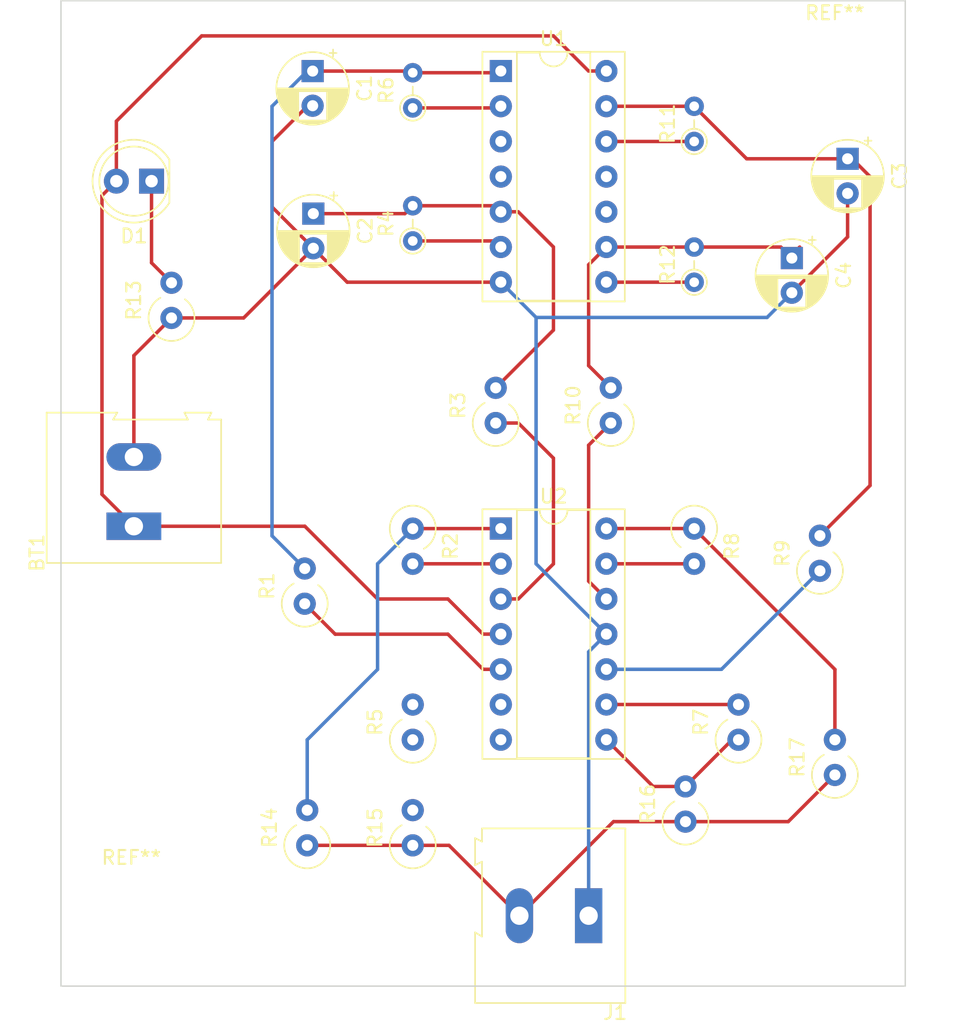
<source format=kicad_pcb>
(kicad_pcb (version 20211014) (generator pcbnew)
  (layers (0 "F.Cu" signal) (31 "B.Cu" signal) (34 "B.Paste" user) (35 "F.Paste" user) (36 "B.SilkS" user "B.Silkscreen") (37 "F.SilkS" user "F.Silkscreen") (38 "B.Mask" user) (39 "F.Mask" user) (44 "Edge.Cuts" user))
  (net 0 "")
  (net 1 "Net-(C1-Pad1)")
  (net 2 "Net-(C2-Pad1)")
  (net 3 "Net-(C3-Pad1)")
  (net 4 "Net-(C4-Pad1)")
  (net 9 "OUT")
  (net 10 "Net-(R2-Pad2)")
  (net 11 "Net-(R3-Pad1)")
  (net 12 "Net-(R1-Pad1)")
  (net 13 "Net-(R4-Pad1)")
  (net 14 "Net-(R5-Pad2)")
  (net 15 "VCC")
  (net 16 "Net-(R6-Pad1)")
  (net 17 "Earth")
  (net 18 "Net-(R7-Pad2)")
  (net 19 "Net-(R8-Pad2)")
  (net 20 "Net-(R9-Pad1)")
  (net 21 "Net-(R10-Pad1)")
  (net 22 "Net-(R11-Pad1)")
  (net 23 "Net-(R12-Pad1)")
  (net 24 "Net-(D1-Pad1)")
  (net 25 "Net-(R2-Pad1)")
  (net 26 "Net-(R5-Pad1)")
  (net 27 "Net-(R7-Pad1)")
  (net 28 "Net-(R8-Pad1)")
  (footprint "Resistor_THT:R_Axial_DIN0204_L3.6mm_D1.6mm_P2.54mm_Vertical" (layer "F.Cu") (at 167.64 66.04 90)
    (fp_text reference "R11" (at 1.27 -1.92 90) (layer "F.SilkS"))
    (fp_text value "R_Photo")
    (pad "1" thru_hole circle (at 0 0 90) (size 1.4 1.4) (drill 0.7) (layers *.Cu *.Mask) (net 22 "Net-(R11-Pad1)"))
    (pad "2" thru_hole oval (at 2.54 0 90) (size 1.4 1.4) (drill 0.7) (layers *.Cu *.Mask) (net 3 "Net-(C3-Pad1)"))
  )
  (footprint "Resistor_THT:R_Axial_DIN0309_L9.0mm_D3.2mm_P2.54mm_Vertical" (layer "F.Cu") (at 139.519962 99.401221 90)
    (fp_text reference "R1" (at 1.27 -2.72 90) (layer "F.SilkS"))
    (fp_text value "100k")
    (pad "1" thru_hole circle (at 0 0 90) (size 1.6 1.6) (drill 0.8) (layers *.Cu *.Mask) (net 12 "Net-(R1-Pad1)"))
    (pad "2" thru_hole oval (at 2.54 0 90) (size 1.6 1.6) (drill 0.8) (layers *.Cu *.Mask) (net 1 "Net-(C1-Pad1)"))
  )
  (footprint "TerminalBlock:TerminalBlock_Altech_AK300-2_P5.00mm" (layer "F.Cu") (at 127.185 93.81 90)
    (fp_text reference "BT1" (at -1.92 -6.99 90) (layer "F.SilkS"))
    (fp_text value "Battery_Cell")
    (pad "1" thru_hole rect (at 0 0 90) (size 1.98 3.96) (drill 1.32) (layers *.Cu *.Mask) (net 15 "VCC"))
    (pad "2" thru_hole oval (at 5 0 90) (size 1.98 3.96) (drill 1.32) (layers *.Cu *.Mask) (net 17 "Earth"))
  )
  (footprint "Resistor_THT:R_Axial_DIN0309_L9.0mm_D3.2mm_P2.54mm_Vertical" (layer "F.Cu") (at 176.718544 97.03 90)
    (fp_text reference "R9" (at 1.27 -2.72 90) (layer "F.SilkS"))
    (fp_text value "100k")
    (pad "1" thru_hole circle (at 0 0 90) (size 1.6 1.6) (drill 0.8) (layers *.Cu *.Mask) (net 20 "Net-(R9-Pad1)"))
    (pad "2" thru_hole oval (at 2.54 0 90) (size 1.6 1.6) (drill 0.8) (layers *.Cu *.Mask) (net 3 "Net-(C3-Pad1)"))
  )
  (footprint "Resistor_THT:R_Axial_DIN0309_L9.0mm_D3.2mm_P2.54mm_Vertical" (layer "F.Cu") (at 167.01138 115.128681 90)
    (fp_text reference "R16" (at 1.27 -2.72 90) (layer "F.SilkS"))
    (fp_text value "1k")
    (pad "1" thru_hole circle (at 0 0 90) (size 1.6 1.6) (drill 0.8) (layers *.Cu *.Mask) (net 9 "OUT"))
    (pad "2" thru_hole oval (at 2.54 0 90) (size 1.6 1.6) (drill 0.8) (layers *.Cu *.Mask) (net 27 "Net-(R7-Pad1)"))
  )
  (footprint "Capacitor_THT:CP_Radial_D5.0mm_P2.50mm" (layer "F.Cu") (at 174.69 74.45558 -90)
    (fp_text reference "C4" (at 1.25 -3.75 90) (layer "F.SilkS"))
    (fp_text value "22u")
    (pad "1" thru_hole rect (at 0 0 270) (size 1.6 1.6) (drill 0.8) (layers *.Cu *.Mask) (net 4 "Net-(C4-Pad1)"))
    (pad "2" thru_hole circle (at 2.5 0 270) (size 1.6 1.6) (drill 0.8) (layers *.Cu *.Mask) (net 17 "Earth"))
  )
  (footprint "Package_DIP:DIP-14_W7.62mm_Socket" (layer "F.Cu") (at 153.68 60.955)
    (fp_text reference "U1" (at 3.81 -2.33) (layer "F.SilkS"))
    (fp_text value "40106")
    (pad "1" thru_hole rect (at 0 0) (size 1.6 1.6) (drill 0.8) (layers *.Cu *.Mask) (net 1 "Net-(C1-Pad1)"))
    (pad "2" thru_hole oval (at 0 2.54) (size 1.6 1.6) (drill 0.8) (layers *.Cu *.Mask) (net 16 "Net-(R6-Pad1)"))
    (pad "3" thru_hole oval (at 0 5.08) (size 1.6 1.6) (drill 0.8) (layers *.Cu *.Mask))
    (pad "4" thru_hole oval (at 0 7.62) (size 1.6 1.6) (drill 0.8) (layers *.Cu *.Mask))
    (pad "5" thru_hole oval (at 0 10.16) (size 1.6 1.6) (drill 0.8) (layers *.Cu *.Mask) (net 2 "Net-(C2-Pad1)"))
    (pad "6" thru_hole oval (at 0 12.7) (size 1.6 1.6) (drill 0.8) (layers *.Cu *.Mask) (net 13 "Net-(R4-Pad1)"))
    (pad "7" thru_hole oval (at 0 15.24) (size 1.6 1.6) (drill 0.8) (layers *.Cu *.Mask) (net 17 "Earth"))
    (pad "8" thru_hole oval (at 7.62 15.24) (size 1.6 1.6) (drill 0.8) (layers *.Cu *.Mask) (net 23 "Net-(R12-Pad1)"))
    (pad "9" thru_hole oval (at 7.62 12.7) (size 1.6 1.6) (drill 0.8) (layers *.Cu *.Mask) (net 4 "Net-(C4-Pad1)"))
    (pad "10" thru_hole oval (at 7.62 10.16) (size 1.6 1.6) (drill 0.8) (layers *.Cu *.Mask))
    (pad "11" thru_hole oval (at 7.62 7.62) (size 1.6 1.6) (drill 0.8) (layers *.Cu *.Mask))
    (pad "12" thru_hole oval (at 7.62 5.08) (size 1.6 1.6) (drill 0.8) (layers *.Cu *.Mask) (net 22 "Net-(R11-Pad1)"))
    (pad "13" thru_hole oval (at 7.62 2.54) (size 1.6 1.6) (drill 0.8) (layers *.Cu *.Mask) (net 3 "Net-(C3-Pad1)"))
    (pad "14" thru_hole oval (at 7.62 0) (size 1.6 1.6) (drill 0.8) (layers *.Cu *.Mask) (net 15 "VCC"))
  )
  (footprint "Resistor_THT:R_Axial_DIN0309_L9.0mm_D3.2mm_P2.54mm_Vertical" (layer "F.Cu") (at 153.31 86.36 90)
    (fp_text reference "R3" (at 1.27 -2.72 90) (layer "F.SilkS"))
    (fp_text value "100k")
    (pad "1" thru_hole circle (at 0 0 90) (size 1.6 1.6) (drill 0.8) (layers *.Cu *.Mask) (net 11 "Net-(R3-Pad1)"))
    (pad "2" thru_hole oval (at 2.54 0 90) (size 1.6 1.6) (drill 0.8) (layers *.Cu *.Mask) (net 2 "Net-(C2-Pad1)"))
  )
  (footprint "Capacitor_THT:CP_Radial_D5.0mm_P2.50mm" (layer "F.Cu") (at 178.7175 67.29 -90)
    (fp_text reference "C3" (at 1.25 -3.75 90) (layer "F.SilkS"))
    (fp_text value "22u")
    (pad "1" thru_hole rect (at 0 0 270) (size 1.6 1.6) (drill 0.8) (layers *.Cu *.Mask) (net 3 "Net-(C3-Pad1)"))
    (pad "2" thru_hole circle (at 2.5 0 270) (size 1.6 1.6) (drill 0.8) (layers *.Cu *.Mask) (net 17 "Earth"))
  )
  (footprint "Capacitor_THT:CP_Radial_D5.0mm_P2.50mm" (layer "F.Cu") (at 140.0925 60.96 -90)
    (fp_text reference "C1" (at 1.25 -3.75 90) (layer "F.SilkS"))
    (fp_text value "22u")
    (pad "1" thru_hole rect (at 0 0 270) (size 1.6 1.6) (drill 0.8) (layers *.Cu *.Mask) (net 1 "Net-(C1-Pad1)"))
    (pad "2" thru_hole circle (at 2.5 0 270) (size 1.6 1.6) (drill 0.8) (layers *.Cu *.Mask) (net 17 "Earth"))
  )
  (footprint "Capacitor_THT:CP_Radial_D5.0mm_P2.50mm" (layer "F.Cu") (at 140.14 71.248015 -90)
    (fp_text reference "C2" (at 1.25 -3.75 -270) (layer "F.SilkS"))
    (fp_text value "22u")
    (pad "1" thru_hole rect (at 0 0 270) (size 1.6 1.6) (drill 0.8) (layers *.Cu *.Mask) (net 2 "Net-(C2-Pad1)"))
    (pad "2" thru_hole circle (at 2.5 0 270) (size 1.6 1.6) (drill 0.8) (layers *.Cu *.Mask) (net 17 "Earth"))
  )
  (footprint "LED_THT:LED_D5.0mm_Clear" (layer "F.Cu") (at 128.460064 68.904392 180)
    (fp_text reference "D1" (at 1.27 -3.96) (layer "F.SilkS"))
    (fp_text value "LED")
    (pad "1" thru_hole rect (at 0 0 180) (size 1.8 1.8) (drill 0.9) (layers *.Cu *.Mask) (net 24 "Net-(D1-Pad1)"))
    (pad "2" thru_hole circle (at 2.54 0 180) (size 1.8 1.8) (drill 0.9) (layers *.Cu *.Mask) (net 15 "VCC"))
  )
  (footprint "Resistor_THT:R_Axial_DIN0309_L9.0mm_D3.2mm_P2.54mm_Vertical" (layer "F.Cu") (at 167.64 93.98 -90)
    (fp_text reference "R8" (at 1.27 -2.72 90) (layer "F.SilkS"))
    (fp_text value "100k")
    (pad "1" thru_hole circle (at 0 0 270) (size 1.6 1.6) (drill 0.8) (layers *.Cu *.Mask) (net 28 "Net-(R8-Pad1)"))
    (pad "2" thru_hole oval (at 2.54 0 270) (size 1.6 1.6) (drill 0.8) (layers *.Cu *.Mask) (net 19 "Net-(R8-Pad2)"))
  )
  (footprint "Resistor_THT:R_Axial_DIN0309_L9.0mm_D3.2mm_P2.54mm_Vertical" (layer "F.Cu") (at 129.9 78.776728 90)
    (fp_text reference "R13" (at 1.27 -2.72 90) (layer "F.SilkS"))
    (fp_text value "1k")
    (pad "1" thru_hole circle (at 0 0 90) (size 1.6 1.6) (drill 0.8) (layers *.Cu *.Mask) (net 17 "Earth"))
    (pad "2" thru_hole oval (at 2.54 0 90) (size 1.6 1.6) (drill 0.8) (layers *.Cu *.Mask) (net 24 "Net-(D1-Pad1)"))
  )
  (footprint "Resistor_THT:R_Axial_DIN0309_L9.0mm_D3.2mm_P2.54mm_Vertical" (layer "F.Cu") (at 170.84 109.22 90)
    (fp_text reference "R7" (at 1.27 -2.72 90) (layer "F.SilkS"))
    (fp_text value "100k")
    (pad "1" thru_hole circle (at 0 0 90) (size 1.6 1.6) (drill 0.8) (layers *.Cu *.Mask) (net 27 "Net-(R7-Pad1)"))
    (pad "2" thru_hole oval (at 2.54 0 90) (size 1.6 1.6) (drill 0.8) (layers *.Cu *.Mask) (net 18 "Net-(R7-Pad2)"))
  )
  (footprint "Resistor_THT:R_Axial_DIN0204_L3.6mm_D1.6mm_P2.54mm_Vertical" (layer "F.Cu") (at 147.32 63.62 90)
    (fp_text reference "R6" (at 1.27 -1.92 90) (layer "F.SilkS"))
    (fp_text value "R_Photo")
    (pad "1" thru_hole circle (at 0 0 90) (size 1.4 1.4) (drill 0.7) (layers *.Cu *.Mask) (net 16 "Net-(R6-Pad1)"))
    (pad "2" thru_hole oval (at 2.54 0 90) (size 1.4 1.4) (drill 0.7) (layers *.Cu *.Mask) (net 1 "Net-(C1-Pad1)"))
  )
  (footprint "MountingHole:MountingHole_3.2mm_M3" (layer "F.Cu") (at 177.8 60.96)
    (fp_text reference "REF**" (at 0 -4.2) (layer "F.SilkS"))
    (fp_text value "MountingHole_3.2mm_M3")
    (pad "" np_thru_hole circle (at 0 0) (size 3.2 3.2) (drill 3.2) (layers *.Cu *.Mask))
  )
  (footprint "Resistor_THT:R_Axial_DIN0204_L3.6mm_D1.6mm_P2.54mm_Vertical" (layer "F.Cu") (at 147.32 73.22 90)
    (fp_text reference "R4" (at 1.27 -1.92 90) (layer "F.SilkS"))
    (fp_text value "R_Photo")
    (pad "1" thru_hole circle (at 0 0 90) (size 1.4 1.4) (drill 0.7) (layers *.Cu *.Mask) (net 13 "Net-(R4-Pad1)"))
    (pad "2" thru_hole oval (at 2.54 0 90) (size 1.4 1.4) (drill 0.7) (layers *.Cu *.Mask) (net 2 "Net-(C2-Pad1)"))
  )
  (footprint "Resistor_THT:R_Axial_DIN0309_L9.0mm_D3.2mm_P2.54mm_Vertical" (layer "F.Cu") (at 147.32 93.98 -90)
    (fp_text reference "R2" (at 1.27 -2.72 90) (layer "F.SilkS"))
    (fp_text value "100k")
    (pad "1" thru_hole circle (at 0 0 270) (size 1.6 1.6) (drill 0.8) (layers *.Cu *.Mask) (net 25 "Net-(R2-Pad1)"))
    (pad "2" thru_hole oval (at 2.54 0 270) (size 1.6 1.6) (drill 0.8) (layers *.Cu *.Mask) (net 10 "Net-(R2-Pad2)"))
  )
  (footprint "MountingHole:MountingHole_3.2mm_M3" (layer "F.Cu") (at 127 121.92)
    (fp_text reference "REF**" (at 0 -4.2) (layer "F.SilkS"))
    (fp_text value "MountingHole_3.2mm_M3")
    (pad "" np_thru_hole circle (at 0 0) (size 3.2 3.2) (drill 3.2) (layers *.Cu *.Mask))
  )
  (footprint "Package_DIP:DIP-14_W7.62mm_Socket" (layer "F.Cu") (at 153.68 93.975)
    (fp_text reference "U2" (at 3.81 -2.33) (layer "F.SilkS"))
    (fp_text value "LM324")
    (pad "1" thru_hole rect (at 0 0) (size 1.6 1.6) (drill 0.8) (layers *.Cu *.Mask) (net 25 "Net-(R2-Pad1)"))
    (pad "2" thru_hole oval (at 0 2.54) (size 1.6 1.6) (drill 0.8) (layers *.Cu *.Mask) (net 10 "Net-(R2-Pad2)"))
    (pad "3" thru_hole oval (at 0 5.08) (size 1.6 1.6) (drill 0.8) (layers *.Cu *.Mask) (net 11 "Net-(R3-Pad1)"))
    (pad "4" thru_hole oval (at 0 7.62) (size 1.6 1.6) (drill 0.8) (layers *.Cu *.Mask) (net 15 "VCC"))
    (pad "5" thru_hole oval (at 0 10.16) (size 1.6 1.6) (drill 0.8) (layers *.Cu *.Mask) (net 12 "Net-(R1-Pad1)"))
    (pad "6" thru_hole oval (at 0 12.7) (size 1.6 1.6) (drill 0.8) (layers *.Cu *.Mask) (net 14 "Net-(R5-Pad2)"))
    (pad "7" thru_hole oval (at 0 15.24) (size 1.6 1.6) (drill 0.8) (layers *.Cu *.Mask) (net 26 "Net-(R5-Pad1)"))
    (pad "8" thru_hole oval (at 7.62 15.24) (size 1.6 1.6) (drill 0.8) (layers *.Cu *.Mask) (net 27 "Net-(R7-Pad1)"))
    (pad "9" thru_hole oval (at 7.62 12.7) (size 1.6 1.6) (drill 0.8) (layers *.Cu *.Mask) (net 18 "Net-(R7-Pad2)"))
    (pad "10" thru_hole oval (at 7.62 10.16) (size 1.6 1.6) (drill 0.8) (layers *.Cu *.Mask) (net 20 "Net-(R9-Pad1)"))
    (pad "11" thru_hole oval (at 7.62 7.62) (size 1.6 1.6) (drill 0.8) (layers *.Cu *.Mask) (net 17 "Earth"))
    (pad "12" thru_hole oval (at 7.62 5.08) (size 1.6 1.6) (drill 0.8) (layers *.Cu *.Mask) (net 21 "Net-(R10-Pad1)"))
    (pad "13" thru_hole oval (at 7.62 2.54) (size 1.6 1.6) (drill 0.8) (layers *.Cu *.Mask) (net 19 "Net-(R8-Pad2)"))
    (pad "14" thru_hole oval (at 7.62 0) (size 1.6 1.6) (drill 0.8) (layers *.Cu *.Mask) (net 28 "Net-(R8-Pad1)"))
  )
  (footprint "Resistor_THT:R_Axial_DIN0309_L9.0mm_D3.2mm_P2.54mm_Vertical" (layer "F.Cu") (at 161.62 86.36 90)
    (fp_text reference "R10" (at 1.27 -2.72 90) (layer "F.SilkS"))
    (fp_text value "100k")
    (pad "1" thru_hole circle (at 0 0 90) (size 1.6 1.6) (drill 0.8) (layers *.Cu *.Mask) (net 21 "Net-(R10-Pad1)"))
    (pad "2" thru_hole oval (at 2.54 0 90) (size 1.6 1.6) (drill 0.8) (layers *.Cu *.Mask) (net 4 "Net-(C4-Pad1)"))
  )
  (footprint "Resistor_THT:R_Axial_DIN0309_L9.0mm_D3.2mm_P2.54mm_Vertical" (layer "F.Cu") (at 139.7 116.84 90)
    (fp_text reference "R14" (at 1.27 -2.72 90) (layer "F.SilkS"))
    (fp_text value "1k")
    (pad "1" thru_hole circle (at 0 0 90) (size 1.6 1.6) (drill 0.8) (layers *.Cu *.Mask) (net 9 "OUT"))
    (pad "2" thru_hole oval (at 2.54 0 90) (size 1.6 1.6) (drill 0.8) (layers *.Cu *.Mask) (net 25 "Net-(R2-Pad1)"))
  )
  (footprint "Resistor_THT:R_Axial_DIN0204_L3.6mm_D1.6mm_P2.54mm_Vertical" (layer "F.Cu") (at 167.64 76.2 90)
    (fp_text reference "R12" (at 1.27 -1.92 90) (layer "F.SilkS"))
    (fp_text value "R_Photo")
    (pad "1" thru_hole circle (at 0 0 90) (size 1.4 1.4) (drill 0.7) (layers *.Cu *.Mask) (net 23 "Net-(R12-Pad1)"))
    (pad "2" thru_hole oval (at 2.54 0 90) (size 1.4 1.4) (drill 0.7) (layers *.Cu *.Mask) (net 4 "Net-(C4-Pad1)"))
  )
  (footprint "Resistor_THT:R_Axial_DIN0309_L9.0mm_D3.2mm_P2.54mm_Vertical" (layer "F.Cu") (at 147.32 116.84 90)
    (fp_text reference "R15" (at 1.27 -2.72 90) (layer "F.SilkS"))
    (fp_text value "1k")
    (pad "1" thru_hole circle (at 0 0 90) (size 1.6 1.6) (drill 0.8) (layers *.Cu *.Mask) (net 9 "OUT"))
    (pad "2" thru_hole oval (at 2.54 0 90) (size 1.6 1.6) (drill 0.8) (layers *.Cu *.Mask) (net 26 "Net-(R5-Pad1)"))
  )
  (footprint "Resistor_THT:R_Axial_DIN0309_L9.0mm_D3.2mm_P2.54mm_Vertical" (layer "F.Cu") (at 147.32 109.22 90)
    (fp_text reference "R5" (at 1.27 -2.72 90) (layer "F.SilkS"))
    (fp_text value "100k")
    (pad "1" thru_hole circle (at 0 0 90) (size 1.6 1.6) (drill 0.8) (layers *.Cu *.Mask) (net 26 "Net-(R5-Pad1)"))
    (pad "2" thru_hole oval (at 2.54 0 90) (size 1.6 1.6) (drill 0.8) (layers *.Cu *.Mask) (net 14 "Net-(R5-Pad2)"))
  )
  (footprint "TerminalBlock:TerminalBlock_Altech_AK300-2_P5.00mm" (layer "F.Cu") (at 160.02 121.92 180)
    (fp_text reference "J1" (at -1.92 -6.99) (layer "F.SilkS"))
    (fp_text value "Screw_Terminal_01x02")
    (pad "1" thru_hole rect (at 0 0 180) (size 1.98 3.96) (drill 1.32) (layers *.Cu *.Mask) (net 17 "Earth"))
    (pad "2" thru_hole oval (at 5 0 180) (size 1.98 3.96) (drill 1.32) (layers *.Cu *.Mask) (net 9 "OUT"))
  )
  (footprint "Resistor_THT:R_Axial_DIN0309_L9.0mm_D3.2mm_P2.54mm_Vertical" (layer "F.Cu") (at 177.8 111.76 90)
    (fp_text reference "R17" (at 1.27 -2.72 90) (layer "F.SilkS"))
    (fp_text value "1k")
    (pad "1" thru_hole circle (at 0 0 90) (size 1.6 1.6) (drill 0.8) (layers *.Cu *.Mask) (net 9 "OUT"))
    (pad "2" thru_hole oval (at 2.54 0 90) (size 1.6 1.6) (drill 0.8) (layers *.Cu *.Mask) (net 28 "Net-(R8-Pad1)"))
  )
  (gr_rect (start 121.92 55.88) (end 182.88 127) (layer "Edge.Cuts") (width 0.1) (fill none))
  (segment (start 153.555 61.08) (end 153.68 60.955) (width 0.25) (layer "F.Cu") (net 1))
  (segment (start 140.0925 60.96) (end 147.2 60.96) (width 0.25) (layer "F.Cu") (net 1))
  (segment (start 147.2 60.96) (end 147.32 61.08) (width 0.25) (layer "F.Cu") (net 1))
  (segment (start 147.32 61.08) (end 153.555 61.08) (width 0.25) (layer "F.Cu") (net 1))
  (segment (start 137.16 63.5) (end 139.7 60.96) (width 0.25) (layer "B.Cu") (net 1))
  (segment (start 139.7 60.96) (end 140.0925 60.96) (width 0.25) (layer "B.Cu") (net 1))
  (segment (start 137.16 94.501259) (end 137.16 63.5) (width 0.25) (layer "B.Cu") (net 1))
  (segment (start 139.519962 96.861221) (end 137.16 94.501259) (width 0.25) (layer "B.Cu") (net 1))
  (segment (start 147.32 70.68) (end 153.245 70.68) (width 0.25) (layer "F.Cu") (net 2))
  (segment (start 146.751985 71.248015) (end 147.32 70.68) (width 0.25) (layer "F.Cu") (net 2))
  (segment (start 140.14 71.248015) (end 146.751985 71.248015) (width 0.25) (layer "F.Cu") (net 2))
  (segment (start 157.48 73.66) (end 154.935 71.115) (width 0.25) (layer "F.Cu") (net 2))
  (segment (start 154.935 71.115) (end 153.68 71.115) (width 0.25) (layer "F.Cu") (net 2))
  (segment (start 153.245 70.68) (end 153.68 71.115) (width 0.25) (layer "F.Cu") (net 2))
  (segment (start 153.31 83.82) (end 157.48 79.65) (width 0.25) (layer "F.Cu") (net 2))
  (segment (start 157.48 79.65) (end 157.48 73.66) (width 0.25) (layer "F.Cu") (net 2))
  (segment (start 179.05 67.29) (end 180.34 68.58) (width 0.25) (layer "F.Cu") (net 3))
  (segment (start 178.7175 67.29) (end 171.43 67.29) (width 0.25) (layer "F.Cu") (net 3))
  (segment (start 167.64 63.5) (end 161.305 63.5) (width 0.25) (layer "F.Cu") (net 3))
  (segment (start 176.718544 94.49) (end 180.34 90.868544) (width 0.25) (layer "F.Cu") (net 3))
  (segment (start 161.305 63.5) (end 161.3 63.495) (width 0.25) (layer "F.Cu") (net 3))
  (segment (start 178.7175 67.29) (end 179.05 67.29) (width 0.25) (layer "F.Cu") (net 3))
  (segment (start 171.43 67.29) (end 167.64 63.5) (width 0.25) (layer "F.Cu") (net 3))
  (segment (start 180.34 90.868544) (end 180.34 68.58) (width 0.25) (layer "F.Cu") (net 3))
  (segment (start 173.89442 73.66) (end 174.69 74.45558) (width 0.25) (layer "F.Cu") (net 4))
  (segment (start 160.02 74.935) (end 161.3 73.655) (width 0.25) (layer "F.Cu") (net 4))
  (segment (start 160.02 82.22) (end 160.02 74.935) (width 0.25) (layer "F.Cu") (net 4))
  (segment (start 167.64 73.66) (end 161.305 73.66) (width 0.25) (layer "F.Cu") (net 4))
  (segment (start 161.305 73.66) (end 161.3 73.655) (width 0.25) (layer "F.Cu") (net 4))
  (segment (start 174.69 74.45558) (end 174.69 74.23) (width 0.25) (layer "F.Cu") (net 4))
  (segment (start 161.62 83.82) (end 160.02 82.22) (width 0.25) (layer "F.Cu") (net 4))
  (segment (start 174.69 74.23) (end 175.26 73.66) (width 0.25) (layer "F.Cu") (net 4))
  (segment (start 167.64 73.66) (end 173.89442 73.66) (width 0.25) (layer "F.Cu") (net 4))
  (segment (start 139.7 116.84) (end 147.32 116.84) (width 0.25) (layer "F.Cu") (net 9))
  (segment (start 167.01138 115.128681) (end 174.431319 115.128681) (width 0.25) (layer "F.Cu") (net 9))
  (segment (start 161.811319 115.128681) (end 167.01138 115.128681) (width 0.25) (layer "F.Cu") (net 9))
  (segment (start 149.94 116.84) (end 155.02 121.92) (width 0.25) (layer "F.Cu") (net 9))
  (segment (start 174.431319 115.128681) (end 177.8 111.76) (width 0.25) (layer "F.Cu") (net 9))
  (segment (start 147.32 116.84) (end 149.94 116.84) (width 0.25) (layer "F.Cu") (net 9))
  (segment (start 155.02 121.92) (end 161.811319 115.128681) (width 0.25) (layer "F.Cu") (net 9))
  (segment (start 153.675 96.52) (end 153.68 96.515) (width 0.25) (layer "F.Cu") (net 10))
  (segment (start 147.32 96.52) (end 153.675 96.52) (width 0.25) (layer "F.Cu") (net 10))
  (segment (start 154.945 99.055) (end 153.68 99.055) (width 0.25) (layer "F.Cu") (net 11))
  (segment (start 154.94 86.36) (end 157.48 88.9) (width 0.25) (layer "F.Cu") (net 11))
  (segment (start 157.48 96.52) (end 154.945 99.055) (width 0.25) (layer "F.Cu") (net 11))
  (segment (start 153.31 86.36) (end 154.94 86.36) (width 0.25) (layer "F.Cu") (net 11))
  (segment (start 157.48 88.9) (end 157.48 96.52) (width 0.25) (layer "F.Cu") (net 11))
  (segment (start 152.395 104.135) (end 153.68 104.135) (width 0.25) (layer "F.Cu") (net 12))
  (segment (start 149.86 101.6) (end 152.395 104.135) (width 0.25) (layer "F.Cu") (net 12))
  (segment (start 139.519962 99.401221) (end 141.718741 101.6) (width 0.25) (layer "F.Cu") (net 12))
  (segment (start 141.718741 101.6) (end 149.86 101.6) (width 0.25) (layer "F.Cu") (net 12))
  (segment (start 147.32 73.22) (end 153.245 73.22) (width 0.25) (layer "F.Cu") (net 13))
  (segment (start 153.245 73.22) (end 153.68 73.655) (width 0.25) (layer "F.Cu") (net 13))
  (segment (start 125.920064 68.904392) (end 124.88 69.944456) (width 0.25) (layer "F.Cu") (net 15))
  (segment (start 124.88 69.944456) (end 124.88 91.505) (width 0.25) (layer "F.Cu") (net 15))
  (segment (start 127.185 93.81) (end 139.53 93.81) (width 0.25) (layer "F.Cu") (net 15))
  (segment (start 132.08 58.42) (end 157.48 58.42) (width 0.25) (layer "F.Cu") (net 15))
  (segment (start 125.920064 64.579936) (end 132.08 58.42) (width 0.25) (layer "F.Cu") (net 15))
  (segment (start 139.53 93.81) (end 144.78 99.06) (width 0.25) (layer "F.Cu") (net 15))
  (segment (start 152.395 101.595) (end 153.68 101.595) (width 0.25) (layer "F.Cu") (net 15))
  (segment (start 157.48 58.42) (end 160.015 60.955) (width 0.25) (layer "F.Cu") (net 15))
  (segment (start 125.920064 68.904392) (end 125.920064 64.579936) (width 0.25) (layer "F.Cu") (net 15))
  (segment (start 149.86 99.06) (end 152.395 101.595) (width 0.25) (layer "F.Cu") (net 15))
  (segment (start 160.015 60.955) (end 161.3 60.955) (width 0.25) (layer "F.Cu") (net 15))
  (segment (start 124.88 91.505) (end 127.185 93.81) (width 0.25) (layer "F.Cu") (net 15))
  (segment (start 144.78 99.06) (end 149.86 99.06) (width 0.25) (layer "F.Cu") (net 15))
  (segment (start 153.555 63.62) (end 153.68 63.495) (width 0.25) (layer "F.Cu") (net 16))
  (segment (start 147.32 63.62) (end 153.555 63.62) (width 0.25) (layer "F.Cu") (net 16))
  (segment (start 135.111287 78.776728) (end 140.14 73.748015) (width 0.25) (layer "F.Cu") (net 17))
  (segment (start 127.185 81.491728) (end 129.9 78.776728) (width 0.25) (layer "F.Cu") (net 17))
  (segment (start 174.69 76.95558) (end 178.7175 72.92808) (width 0.25) (layer "F.Cu") (net 17))
  (segment (start 129.9 78.776728) (end 135.111287 78.776728) (width 0.25) (layer "F.Cu") (net 17))
  (segment (start 178.7175 72.92808) (end 178.7175 69.79) (width 0.25) (layer "F.Cu") (net 17))
  (segment (start 127.185 88.81) (end 127.185 81.491728) (width 0.25) (layer "F.Cu") (net 17))
  (segment (start 140.14 73.748015) (end 142.586985 76.195) (width 0.25) (layer "F.Cu") (net 17))
  (segment (start 142.586985 76.195) (end 153.68 76.195) (width 0.25) (layer "F.Cu") (net 17))
  (segment (start 137.16 70.768015) (end 137.16 66.04) (width 0.25) (layer "F.Cu") (net 17))
  (segment (start 140.14 73.748015) (end 137.16 70.768015) (width 0.25) (layer "F.Cu") (net 17))
  (segment (start 137.16 66.04) (end 139.7 63.5) (width 0.25) (layer "F.Cu") (net 17))
  (segment (start 156.225 96.52) (end 156.225 78.74) (width 0.25) (layer "B.Cu") (net 17))
  (segment (start 156.225 78.74) (end 172.90558 78.74) (width 0.25) (layer "B.Cu") (net 17))
  (segment (start 161.3 101.595) (end 156.225 96.52) (width 0.25) (layer "B.Cu") (net 17))
  (segment (start 153.68 76.195) (end 156.225 78.74) (width 0.25) (layer "B.Cu") (net 17))
  (segment (start 160.02 121.92) (end 160.02 102.875) (width 0.25) (layer "B.Cu") (net 17))
  (segment (start 160.02 102.875) (end 161.3 101.595) (width 0.25) (layer "B.Cu") (net 17))
  (segment (start 172.90558 78.74) (end 174.69 76.95558) (width 0.25) (layer "B.Cu") (net 17))
  (segment (start 170.835 106.675) (end 170.84 106.68) (width 0.25) (layer "F.Cu") (net 18))
  (segment (start 161.3 106.675) (end 170.835 106.675) (width 0.25) (layer "F.Cu") (net 18))
  (segment (start 161.305 96.52) (end 161.3 96.515) (width 0.25) (layer "F.Cu") (net 19))
  (segment (start 167.64 96.52) (end 161.305 96.52) (width 0.25) (layer "F.Cu") (net 19))
  (segment (start 176.718544 97.03) (end 169.613544 104.135) (width 0.25) (layer "B.Cu") (net 20))
  (segment (start 169.613544 104.135) (end 161.3 104.135) (width 0.25) (layer "B.Cu") (net 20))
  (segment (start 160.02 87.96) (end 160.02 97.775) (width 0.25) (layer "F.Cu") (net 21))
  (segment (start 161.62 86.36) (end 160.02 87.96) (width 0.25) (layer "F.Cu") (net 21))
  (segment (start 160.02 97.775) (end 161.3 99.055) (width 0.25) (layer "F.Cu") (net 21))
  (segment (start 167.64 66.04) (end 161.305 66.04) (width 0.25) (layer "F.Cu") (net 22))
  (segment (start 161.305 66.04) (end 161.3 66.035) (width 0.25) (layer "F.Cu") (net 22))
  (segment (start 167.635 76.195) (end 167.64 76.2) (width 0.25) (layer "F.Cu") (net 23))
  (segment (start 161.3 76.195) (end 167.635 76.195) (width 0.25) (layer "F.Cu") (net 23))
  (segment (start 128.460064 68.904392) (end 128.460064 74.796792) (width 0.25) (layer "F.Cu") (net 24))
  (segment (start 128.460064 74.796792) (end 129.9 76.236728) (width 0.25) (layer "F.Cu") (net 24))
  (segment (start 147.32 93.98) (end 153.675 93.98) (width 0.25) (layer "F.Cu") (net 25))
  (segment (start 153.675 93.98) (end 153.68 93.975) (width 0.25) (layer "F.Cu") (net 25))
  (segment (start 139.7 109.22) (end 139.7 114.3) (width 0.25) (layer "B.Cu") (net 25))
  (segment (start 144.78 104.14) (end 139.7 109.22) (width 0.25) (layer "B.Cu") (net 25))
  (segment (start 144.78 96.52) (end 144.78 104.14) (width 0.25) (layer "B.Cu") (net 25))
  (segment (start 147.32 93.98) (end 144.78 96.52) (width 0.25) (layer "B.Cu") (net 25))
  (segment (start 167.01138 112.588681) (end 170.380061 109.22) (width 0.25) (layer "F.Cu") (net 27))
  (segment (start 164.673681 112.588681) (end 161.3 109.215) (width 0.25) (layer "F.Cu") (net 27))
  (segment (start 170.380061 109.22) (end 170.84 109.22) (width 0.25) (layer "F.Cu") (net 27))
  (segment (start 167.01138 112.588681) (end 164.673681 112.588681) (width 0.25) (layer "F.Cu") (net 27))
  (segment (start 177.8 104.14) (end 177.8 109.22) (width 0.25) (layer "F.Cu") (net 28))
  (segment (start 167.64 93.98) (end 177.8 104.14) (width 0.25) (layer "F.Cu") (net 28))
  (segment (start 167.635 93.975) (end 167.64 93.98) (width 0.25) (layer "F.Cu") (net 28))
  (segment (start 161.3 93.975) (end 167.635 93.975) (width 0.25) (layer "F.Cu") (net 28))
)
</source>
